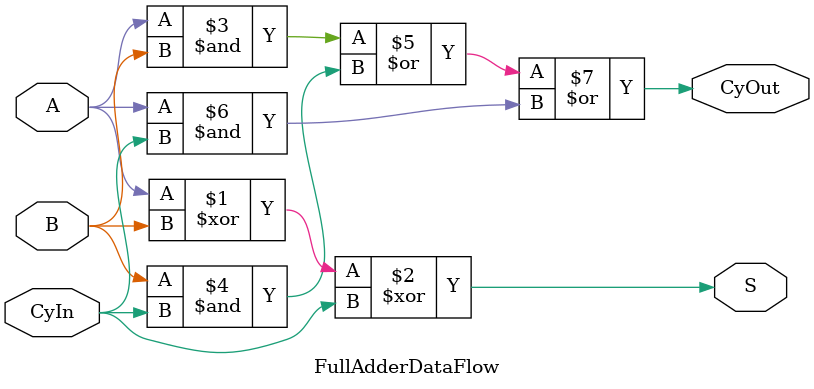
<source format=v>
module FullAdderDataFlow(
    output S,
    output CyOut,
    input A,
    input B,
    input CyIn
);
    assign S = A ^ B ^ CyIn;
    assign CyOut = (A&B) | (B&CyIn) | (A&CyIn);
endmodule 
</source>
